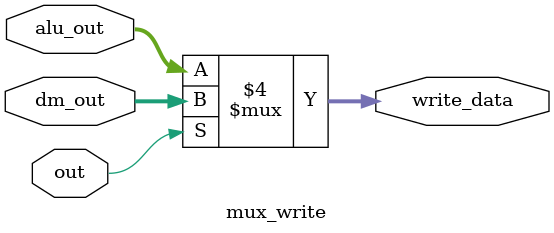
<source format=v>
`timescale 1ns / 1ps

module mux_write(
		input out,
		input[31:0] alu_out,
		input[31:0] dm_out,
		output reg[31:0] write_data
	);

	always @(alu_out or dm_out or out)
		if (out == 1)
			write_data = dm_out; 
		else 
			write_data = alu_out;
endmodule
</source>
